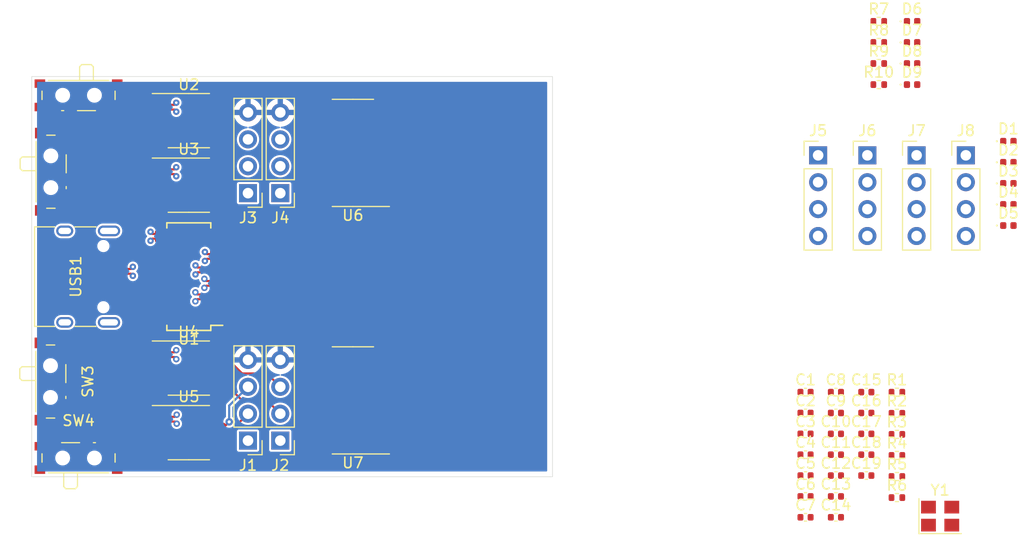
<source format=kicad_pcb>
(kicad_pcb (version 20221018) (generator pcbnew)
  (layers (0 "F.Cu" signal) (1 "In1.Cu" signal) (2 "In2.Cu" signal) (3 "In3.Cu" signal) (4 "In4.Cu" signal) (31 "B.Cu" signal) (34 "B.Paste" user) (35 "F.Paste" user) (36 "B.SilkS" user "B.Silkscreen") (37 "F.SilkS" user "F.Silkscreen") (38 "B.Mask" user) (39 "F.Mask" user) (44 "Edge.Cuts" user))
  (net 0 "")
  (net 1 "Net-(D5-K)")
  (net 2 "GND")
  (net 3 "Net-(U1-LED2)")
  (net 4 "Net-(D3-K)")
  (net 5 "Net-(U1-LED1{slash}EESCL)")
  (net 6 "Net-(D1-K)")
  (net 7 "Net-(U1-REXT)")
  (net 8 "Net-(USB1-CC2)")
  (net 9 "Net-(USB1-CC1)")
  (net 10 "/xtal+")
  (net 11 "/xtal-")
  (net 12 "D4-")
  (net 13 "D4+")
  (net 14 "D3-")
  (net 15 "D3+")
  (net 16 "D2-")
  (net 17 "D2+")
  (net 18 "D1-")
  (net 19 "D1+")
  (net 20 "+1V8")
  (net 21 "+3V3")
  (net 22 "DU-")
  (net 23 "DU+")
  (net 24 "VBUS")
  (net 25 "Net-(D1-A)")
  (net 29 "Vo4")
  (net 30 "TX4")
  (net 31 "RX4")
  (net 32 "Net-(U5-V3)")
  (net 34 "Vo3")
  (net 35 "TX3")
  (net 36 "RX3")
  (net 37 "Net-(U4-V3)")
  (net 39 "Vo2")
  (net 40 "TX2")
  (net 41 "RX2")
  (net 42 "Net-(U3-V3)")
  (net 44 "Vo1")
  (net 45 "TX1")
  (net 46 "RX1")
  (net 47 "Net-(U2-V3)")
  (net 48 "Net-(U7-C1+)")
  (net 49 "Net-(U7-VS+)")
  (net 50 "Net-(U7-C1-)")
  (net 51 "Net-(U7-C2+)")
  (net 52 "Net-(U7-C2-)")
  (net 53 "Net-(U7-VS-)")
  (net 54 "232_TX3")
  (net 55 "232_RX3")
  (net 56 "232_RX4")
  (net 57 "232_TX4")
  (net 58 "Net-(U6-C1+)")
  (net 59 "Net-(U6-VS+)")
  (net 60 "Net-(U6-C1-)")
  (net 61 "Net-(U6-C2+)")
  (net 62 "Net-(U6-C2-)")
  (net 63 "Net-(U6-VS-)")
  (net 64 "232_TX1")
  (net 65 "232_RX1")
  (net 66 "232_RX2")
  (net 67 "232_TX2")
  (net 71 "Net-(D6-A)")
  (net 72 "Net-(D7-A)")
  (net 73 "Net-(D8-A)")
  (net 74 "Net-(D9-A)")
  (footprint "Capacitor_SMD:C_0402_1005Metric" (layer "F.Cu") (at 110.052 103.812)
    (fp_text reference "C6" (at 0 -1.16) (layer "F.SilkS"))
    (fp_text value "100n")
    (pad "1" smd roundrect (at -0.48 0) (size 0.56 0.62) (layers "F.Cu" "F.Paste" "F.Mask") (net 2 "GND"))
    (pad "2" smd roundrect (at 0.48 0) (size 0.56 0.62) (layers "F.Cu" "F.Paste" "F.Mask") (net 47 "Net-(U2-V3)"))
  )
  (footprint "Capacitor_SMD:C_0402_1005Metric" (layer "F.Cu") (at 115.792 95.932)
    (fp_text reference "C16" (at 0 -1.16) (layer "F.SilkS"))
    (fp_text value "100n")
    (pad "1" smd roundrect (at -0.48 0) (size 0.56 0.62) (layers "F.Cu" "F.Paste" "F.Mask") (net 2 "GND"))
    (pad "2" smd roundrect (at 0.48 0) (size 0.56 0.62) (layers "F.Cu" "F.Paste" "F.Mask") (net 49 "Net-(U7-VS+)"))
  )
  (footprint "Button_Switch_SMD:SW_SPDT_PCM12" (layer "F.Cu") (at 41.402 99.855)
    (fp_text reference "SW4" (at 0 -3.2) (layer "F.SilkS"))
    (fp_text value "SW_SPDT")
    (pad "" smd rect (at -3.65 -0.78) (size 1 0.8) (layers "F.Cu" "F.Paste" "F.Mask"))
    (pad "" smd rect (at -3.65 1.43) (size 1 0.8) (layers "F.Cu" "F.Paste" "F.Mask"))
    (pad "" np_thru_hole circle (at -1.5 0.33) (size 0.9 0.9) (drill 0.9) (layers "*.Cu" "*.Mask"))
    (pad "" np_thru_hole circle (at 1.5 0.33) (size 0.9 0.9) (drill 0.9) (layers "*.Cu" "*.Mask"))
    (pad "" smd rect (at 3.65 -0.78) (size 1 0.8) (layers "F.Cu" "F.Paste" "F.Mask"))
    (pad "" smd rect (at 3.65 1.43) (size 1 0.8) (layers "F.Cu" "F.Paste" "F.Mask"))
    (pad "1" smd rect (at -2.25 -1.43) (size 0.7 1.5) (layers "F.Cu" "F.Paste" "F.Mask") (net 24 "VBUS"))
    (pad "2" smd rect (at 0.75 -1.43) (size 0.7 1.5) (layers "F.Cu" "F.Paste" "F.Mask") (net 29 "Vo4"))
    (pad "3" smd rect (at 2.25 -1.43) (size 0.7 1.5) (layers "F.Cu" "F.Paste" "F.Mask") (net 21 "+3V3"))
  )
  (footprint "Capacitor_SMD:C_0402_1005Metric" (layer "F.Cu") (at 112.922 99.872)
    (fp_text reference "C11" (at 0 -1.16) (layer "F.SilkS"))
    (fp_text value "100n")
    (pad "1" smd roundrect (at -0.48 0) (size 0.56 0.62) (layers "F.Cu" "F.Paste" "F.Mask") (net 61 "Net-(U6-C2+)"))
    (pad "2" smd roundrect (at 0.48 0) (size 0.56 0.62) (layers "F.Cu" "F.Paste" "F.Mask") (net 62 "Net-(U6-C2-)"))
  )
  (footprint "Capacitor_SMD:C_0402_1005Metric" (layer "F.Cu") (at 112.922 95.932)
    (fp_text reference "C9" (at 0 -1.16) (layer "F.SilkS"))
    (fp_text value "100n")
    (pad "1" smd roundrect (at -0.48 0) (size 0.56 0.62) (layers "F.Cu" "F.Paste" "F.Mask") (net 2 "GND"))
    (pad "2" smd roundrect (at 0.48 0) (size 0.56 0.62) (layers "F.Cu" "F.Paste" "F.Mask") (net 32 "Net-(U5-V3)"))
  )
  (footprint "Package_SO:SOP-8_3.9x4.9mm_P1.27mm" (layer "F.Cu") (at 51.816 74.422)
    (fp_text reference "U3" (at 0 -3.4) (layer "F.SilkS"))
    (fp_text value "~")
    (pad "1" smd roundrect (at -2.625 -1.905) (size 1.65 0.6) (layers "F.Cu" "F.Paste" "F.Mask") (net 17 "D2+"))
    (pad "2" smd roundrect (at -2.625 -0.635) (size 1.65 0.6) (layers "F.Cu" "F.Paste" "F.Mask") (net 16 "D2-"))
    (pad "3" smd roundrect (at -2.625 0.635) (size 1.65 0.6) (layers "F.Cu" "F.Paste" "F.Mask") (net 2 "GND"))
    (pad "4" smd roundrect (at -2.625 1.905) (size 1.65 0.6) (layers "F.Cu" "F.Paste" "F.Mask"))
    (pad "5" smd roundrect (at 2.625 1.905) (size 1.65 0.6) (layers "F.Cu" "F.Paste" "F.Mask") (net 39 "Vo2"))
    (pad "6" smd roundrect (at 2.625 0.635) (size 1.65 0.6) (layers "F.Cu" "F.Paste" "F.Mask") (net 40 "TX2"))
    (pad "7" smd roundrect (at 2.625 -0.635) (size 1.65 0.6) (layers "F.Cu" "F.Paste" "F.Mask") (net 41 "RX2"))
    (pad "8" smd roundrect (at 2.625 -1.905) (size 1.65 0.6) (layers "F.Cu" "F.Paste" "F.Mask") (net 42 "Net-(U3-V3)"))
  )
  (footprint "Diode_SMD:D_0402_1005Metric" (layer "F.Cu") (at 129.207 70.272)
    (fp_text reference "D1" (at 0 -1.17) (layer "F.SilkS"))
    (fp_text value "LED")
    (pad "1" smd roundrect (at -0.485 0) (size 0.59 0.64) (layers "F.Cu" "F.Paste" "F.Mask") (net 6 "Net-(D1-K)"))
    (pad "2" smd roundrect (at 0.485 0) (size 0.59 0.64) (layers "F.Cu" "F.Paste" "F.Mask") (net 25 "Net-(D1-A)"))
  )
  (footprint "Resistor_SMD:R_0402_1005Metric" (layer "F.Cu") (at 118.682 103.922)
    (fp_text reference "R6" (at 0 -1.17) (layer "F.SilkS"))
    (fp_text value "470")
    (pad "1" smd roundrect (at -0.51 0) (size 0.54 0.64) (layers "F.Cu" "F.Paste" "F.Mask") (net 1 "Net-(D5-K)"))
    (pad "2" smd roundrect (at 0.51 0) (size 0.54 0.64) (layers "F.Cu" "F.Paste" "F.Mask") (net 2 "GND"))
  )
  (footprint "Connector_PinHeader_2.54mm:PinHeader_1x04_P2.54mm_Vertical" (layer "F.Cu") (at 57.404 98.542 180)
    (fp_text reference "J1" (at 0 -2.33) (layer "F.SilkS"))
    (fp_text value "Conn_01x04")
    (pad "1" thru_hole rect (at 0 0 180) (size 1.7 1.7) (drill 1) (layers "*.Cu" "*.Mask") (net 29 "Vo4"))
    (pad "2" thru_hole oval (at 0 2.54 180) (size 1.7 1.7) (drill 1) (layers "*.Cu" "*.Mask") (net 30 "TX4"))
    (pad "3" thru_hole oval (at 0 5.08 180) (size 1.7 1.7) (drill 1) (layers "*.Cu" "*.Mask") (net 31 "RX4"))
    (pad "4" thru_hole oval (at 0 7.62 180) (size 1.7 1.7) (drill 1) (layers "*.Cu" "*.Mask") (net 2 "GND"))
  )
  (footprint "Resistor_SMD:R_0402_1005Metric" (layer "F.Cu") (at 118.682 97.952)
    (fp_text reference "R3" (at 0 -1.17) (layer "F.SilkS"))
    (fp_text value "2k7")
    (pad "1" smd roundrect (at -0.51 0) (size 0.54 0.64) (layers "F.Cu" "F.Paste" "F.Mask") (net 2 "GND"))
    (pad "2" smd roundrect (at 0.51 0) (size 0.54 0.64) (layers "F.Cu" "F.Paste" "F.Mask") (net 7 "Net-(U1-REXT)"))
  )
  (footprint "Connector_PinHeader_2.54mm:PinHeader_1x04_P2.54mm_Vertical" (layer "F.Cu") (at 120.542 71.602)
    (fp_text reference "J7" (at 0 -2.33) (layer "F.SilkS"))
    (fp_text value "Conn_01x04")
    (pad "1" thru_hole rect (at 0 0) (size 1.7 1.7) (drill 1) (layers "*.Cu" "*.Mask") (net 34 "Vo3"))
    (pad "2" thru_hole oval (at 0 2.54) (size 1.7 1.7) (drill 1) (layers "*.Cu" "*.Mask") (net 54 "232_TX3"))
    (pad "3" thru_hole oval (at 0 5.08) (size 1.7 1.7) (drill 1) (layers "*.Cu" "*.Mask") (net 55 "232_RX3"))
    (pad "4" thru_hole oval (at 0 7.62) (size 1.7 1.7) (drill 1) (layers "*.Cu" "*.Mask") (net 2 "GND"))
  )
  (footprint "Capacitor_SMD:C_0402_1005Metric" (layer "F.Cu") (at 112.922 103.812)
    (fp_text reference "C13" (at 0 -1.16) (layer "F.SilkS"))
    (fp_text value "100n")
    (pad "1" smd roundrect (at -0.48 0) (size 0.56 0.62) (layers "F.Cu" "F.Paste" "F.Mask") (net 2 "GND"))
    (pad "2" smd roundrect (at 0.48 0) (size 0.56 0.62) (layers "F.Cu" "F.Paste" "F.Mask") (net 24 "VBUS"))
  )
  (footprint "Connector_PinHeader_2.54mm:PinHeader_1x04_P2.54mm_Vertical" (layer "F.Cu") (at 60.452 75.174 180)
    (fp_text reference "J4" (at 0 -2.33) (layer "F.SilkS"))
    (fp_text value "Conn_01x04")
    (pad "1" thru_hole rect (at 0 0 180) (size 1.7 1.7) (drill 1) (layers "*.Cu" "*.Mask") (net 44 "Vo1"))
    (pad "2" thru_hole oval (at 0 2.54 180) (size 1.7 1.7) (drill 1) (layers "*.Cu" "*.Mask") (net 45 "TX1"))
    (pad "3" thru_hole oval (at 0 5.08 180) (size 1.7 1.7) (drill 1) (layers "*.Cu" "*.Mask") (net 46 "RX1"))
    (pad "4" thru_hole oval (at 0 7.62 180) (size 1.7 1.7) (drill 1) (layers "*.Cu" "*.Mask") (net 2 "GND"))
  )
  (footprint "Connector_PinHeader_2.54mm:PinHeader_1x04_P2.54mm_Vertical" (layer "F.Cu") (at 111.242 71.602)
    (fp_text reference "J5" (at 0 -2.33) (layer "F.SilkS"))
    (fp_text value "Conn_01x04")
    (pad "1" thru_hole rect (at 0 0) (size 1.7 1.7) (drill 1) (layers "*.Cu" "*.Mask") (net 44 "Vo1"))
    (pad "2" thru_hole oval (at 0 2.54) (size 1.7 1.7) (drill 1) (layers "*.Cu" "*.Mask") (net 64 "232_TX1"))
    (pad "3" thru_hole oval (at 0 5.08) (size 1.7 1.7) (drill 1) (layers "*.Cu" "*.Mask") (net 65 "232_RX1"))
    (pad "4" thru_hole oval (at 0 7.62) (size 1.7 1.7) (drill 1) (layers "*.Cu" "*.Mask") (net 2 "GND"))
  )
  (footprint "Resistor_SMD:R_0402_1005Metric" (layer "F.Cu") (at 116.9692 60.9424)
    (fp_text reference "R8" (at 0 -1.17) (layer "F.SilkS"))
    (fp_text value "1k")
    (pad "1" smd roundrect (at -0.51 0) (size 0.54 0.64) (layers "F.Cu" "F.Paste" "F.Mask") (net 39 "Vo2"))
    (pad "2" smd roundrect (at 0.51 0) (size 0.54 0.64) (layers "F.Cu" "F.Paste" "F.Mask") (net 72 "Net-(D7-A)"))
  )
  (footprint "Capacitor_SMD:C_0402_1005Metric" (layer "F.Cu") (at 112.922 105.782)
    (fp_text reference "C14" (at 0 -1.16) (layer "F.SilkS"))
    (fp_text value "100n")
    (pad "1" smd roundrect (at -0.48 0) (size 0.56 0.62) (layers "F.Cu" "F.Paste" "F.Mask") (net 50 "Net-(U7-C1-)"))
    (pad "2" smd roundrect (at 0.48 0) (size 0.56 0.62) (layers "F.Cu" "F.Paste" "F.Mask") (net 48 "Net-(U7-C1+)"))
  )
  (footprint "Capacitor_SMD:C_0402_1005Metric" (layer "F.Cu") (at 115.792 93.962)
    (fp_text reference "C15" (at 0 -1.16) (layer "F.SilkS"))
    (fp_text value "100n")
    (pad "1" smd roundrect (at -0.48 0) (size 0.56 0.62) (layers "F.Cu" "F.Paste" "F.Mask") (net 52 "Net-(U7-C2-)"))
    (pad "2" smd roundrect (at 0.48 0) (size 0.56 0.62) (layers "F.Cu" "F.Paste" "F.Mask") (net 51 "Net-(U7-C2+)"))
  )
  (footprint "Capacitor_SMD:C_0402_1005Metric" (layer "F.Cu") (at 115.792 97.902)
    (fp_text reference "C17" (at 0 -1.16) (layer "F.SilkS"))
    (fp_text value "100n")
    (pad "1" smd roundrect (at -0.48 0) (size 0.56 0.62) (layers "F.Cu" "F.Paste" "F.Mask") (net 2 "GND"))
    (pad "2" smd roundrect (at 0.48 0) (size 0.56 0.62) (layers "F.Cu" "F.Paste" "F.Mask") (net 53 "Net-(U7-VS-)"))
  )
  (footprint "Package_SO:SOIC-16_3.9x9.9mm_P1.27mm" (layer "F.Cu") (at 67.31 71.374 180)
    (fp_text reference "U6" (at 0 -5.9) (layer "F.SilkS"))
    (fp_text value "MAX232")
    (pad "1" smd roundrect (at -2.475 -4.445 180) (size 1.95 0.6) (layers "F.Cu" "F.Paste" "F.Mask") (net 58 "Net-(U6-C1+)"))
    (pad "2" smd roundrect (at -2.475 -3.175 180) (size 1.95 0.6) (layers "F.Cu" "F.Paste" "F.Mask") (net 59 "Net-(U6-VS+)"))
    (pad "3" smd roundrect (at -2.475 -1.905 180) (size 1.95 0.6) (layers "F.Cu" "F.Paste" "F.Mask") (net 60 "Net-(U6-C1-)"))
    (pad "4" smd roundrect (at -2.475 -0.635 180) (size 1.95 0.6) (layers "F.Cu" "F.Paste" "F.Mask") (net 61 "Net-(U6-C2+)"))
    (pad "5" smd roundrect (at -2.475 0.635 180) (size 1.95 0.6) (layers "F.Cu" "F.Paste" "F.Mask") (net 62 "Net-(U6-C2-)"))
    (pad "6" smd roundrect (at -2.475 1.905 180) (size 1.95 0.6) (layers "F.Cu" "F.Paste" "F.Mask") (net 63 "Net-(U6-VS-)"))
    (pad "7" smd roundrect (at -2.475 3.175 180) (size 1.95 0.6) (layers "F.Cu" "F.Paste" "F.Mask") (net 64 "232_TX1"))
    (pad "8" smd roundrect (at -2.475 4.445 180) (size 1.95 0.6) (layers "F.Cu" "F.Paste" "F.Mask") (net 65 "232_RX1"))
    (pad "9" smd roundrect (at 2.475 4.445 180) (size 1.95 0.6) (layers "F.Cu" "F.Paste" "F.Mask") (net 46 "RX1"))
    (pad "10" smd roundrect (at 2.475 3.175 180) (size 1.95 0.6) (layers "F.Cu" "F.Paste" "F.Mask") (net 45 "TX1"))
    (pad "11" smd roundrect (at 2.475 1.905 180) (size 1.95 0.6) (layers "F.Cu" "F.Paste" "F.Mask") (net 40 "TX2"))
    (pad "12" smd roundrect (at 2.475 0.635 180) (size 1.95 0.6) (layers "F.Cu" "F.Paste" "F.Mask") (net 41 "RX2"))
    (pad "13" smd roundrect (at 2.475 -0.635 180) (size 1.95 0.6) (layers "F.Cu" "F.Paste" "F.Mask") (net 66 "232_RX2"))
    (pad "14" smd roundrect (at 2.475 -1.905 180) (size 1.95 0.6) (layers "F.Cu" "F.Paste" "F.Mask") (net 67 "232_TX2"))
    (pad "15" smd roundrect (at 2.475 -3.175 180) (size 1.95 0.6) (layers "F.Cu" "F.Paste" "F.Mask") (net 2 "GND"))
    (pad "16" smd roundrect (at 2.475 -4.445 180) (size 1.95 0.6) (layers "F.Cu" "F.Paste" "F.Mask") (net 24 "VBUS"))
  )
  (footprint "Diode_SMD:D_0402_1005Metric" (layer "F.Cu") (at 120.1142 62.9324)
    (fp_text reference "D8" (at 0 -1.17) (layer "F.SilkS"))
    (fp_text value "LED")
    (pad "1" smd roundrect (at -0.485 0) (size 0.59 0.64) (layers "F.Cu" "F.Paste" "F.Mask") (net 2 "GND"))
    (pad "2" smd roundrect (at 0.485 0) (size 0.59 0.64) (layers "F.Cu" "F.Paste" "F.Mask") (net 73 "Net-(D8-A)"))
  )
  (footprint "Crystal:Crystal_SMD_3225-4Pin_3.2x2.5mm" (layer "F.Cu") (at 122.762 105.672)
    (fp_text reference "Y1" (at 0 -2.45) (layer "F.SilkS"))
    (fp_text value "12M")
    (pad "1" smd rect (at -1.1 0.85) (size 1.4 1.2) (layers "F.Cu" "F.Paste" "F.Mask") (net 11 "/xtal-"))
    (pad "2" smd rect (at 1.1 0.85) (size 1.4 1.2) (layers "F.Cu" "F.Paste" "F.Mask") (net 2 "GND"))
    (pad "3" smd rect (at 1.1 -0.85) (size 1.4 1.2) (layers "F.Cu" "F.Paste" "F.Mask") (net 10 "/xtal+"))
    (pad "4" smd rect (at -1.1 -0.85) (size 1.4 1.2) (layers "F.Cu" "F.Paste" "F.Mask") (net 2 "GND"))
  )
  (footprint "Resistor_SMD:R_0402_1005Metric" (layer "F.Cu") (at 118.682 101.932)
    (fp_text reference "R5" (at 0 -1.17) (layer "F.SilkS"))
    (fp_text value "470")
    (pad "1" smd roundrect (at -0.51 0) (size 0.54 0.64) (layers "F.Cu" "F.Paste" "F.Mask") (net 3 "Net-(U1-LED2)"))
    (pad "2" smd roundrect (at 0.51 0) (size 0.54 0.64) (layers "F.Cu" "F.Paste" "F.Mask") (net 4 "Net-(D3-K)"))
  )
  (footprint "Diode_SMD:D_0402_1005Metric" (layer "F.Cu") (at 120.1142 58.9524)
    (fp_text reference "D6" (at 0 -1.17) (layer "F.SilkS"))
    (fp_text value "LED")
    (pad "1" smd roundrect (at -0.485 0) (size 0.59 0.64) (layers "F.Cu" "F.Paste" "F.Mask") (net 2 "GND"))
    (pad "2" smd roundrect (at 0.485 0) (size 0.59 0.64) (layers "F.Cu" "F.Paste" "F.Mask") (net 71 "Net-(D6-A)"))
  )
  (footprint "Package_SO:SOP-8_3.9x4.9mm_P1.27mm" (layer "F.Cu") (at 51.816 91.694)
    (fp_text reference "U4" (at 0 -3.4) (layer "F.SilkS"))
    (fp_text value "~")
    (pad "1" smd roundrect (at -2.625 -1.905) (size 1.65 0.6) (layers "F.Cu" "F.Paste" "F.Mask") (net 15 "D3+"))
    (pad "2" smd roundrect (at -2.625 -0.635) (size 1.65 0.6) (layers "F.Cu" "F.Paste" "F.Mask") (net 14 "D3-"))
    (pad "3" smd roundrect (at -2.625 0.635) (size 1.65 0.6) (layers "F.Cu" "F.Paste" "F.Mask") (net 2 "GND"))
    (pad "4" smd roundrect (at -2.625 1.905) (size 1.65 0.6) (layers "F.Cu" "F.Paste" "F.Mask"))
    (pad "5" smd roundrect (at 2.625 1.905) (size 1.65 0.6) (layers "F.Cu" "F.Paste" "F.Mask") (net 34 "Vo3"))
    (pad "6" smd roundrect (at 2.625 0.635) (size 1.65 0.6) (layers "F.Cu" "F.Paste" "F.Mask") (net 35 "TX3"))
    (pad "7" smd roundrect (at 2.625 -0.635) (size 1.65 0.6) (layers "F.Cu" "F.Paste" "F.Mask") (net 36 "RX3"))
    (pad "8" smd roundrect (at 2.625 -1.905) (size 1.65 0.6) (layers "F.Cu" "F.Paste" "F.Mask") (net 37 "Net-(U4-V3)"))
  )
  (footprint "Diode_SMD:D_0402_1005Metric" (layer "F.Cu") (at 129.207 74.252)
    (fp_text reference "D3" (at 0 -1.17) (layer "F.SilkS"))
    (fp_text value "LED")
    (pad "1" smd roundrect (at -0.485 0) (size 0.59 0.64) (layers "F.Cu" "F.Paste" "F.Mask") (net 4 "Net-(D3-K)"))
    (pad "2" smd roundrect (at 0.485 0) (size 0.59 0.64) (layers "F.Cu" "F.Paste" "F.Mask") (net 25 "Net-(D1-A)"))
  )
  (footprint "Diode_SMD:D_0402_1005Metric" (layer "F.Cu") (at 129.207 76.242)
    (fp_text reference "D4" (at 0 -1.17) (layer "F.SilkS"))
    (fp_text value "LED")
    (pad "1" smd roundrect (at -0.485 0) (size 0.59 0.64) (layers "F.Cu" "F.Paste" "F.Mask") (net 25 "Net-(D1-A)"))
    (pad "2" smd roundrect (at 0.485 0) (size 0.59 0.64) (layers "F.Cu" "F.Paste" "F.Mask") (net 4 "Net-(D3-K)"))
  )
  (footprint "Button_Switch_SMD:SW_SPDT_PCM12" (layer "F.Cu") (at 41.402 66.261 180)
    (fp_text reference "SW1" hide)
    (fp_text value "SW_SPDT")
    (pad "" smd rect (at -3.65 -0.78 180) (size 1 0.8) (layers "F.Cu" "F.Paste" "F.Mask"))
    (pad "" smd rect (at -3.65 1.43 180) (size 1 0.8) (layers "F.Cu" "F.Paste" "F.Mask"))
    (pad "" np_thru_hole circle (at -1.5 0.33 180) (size 0.9 0.9) (drill 0.9) (layers "*.Cu" "*.Mask"))
    (pad "" np_thru_hole circle (at 1.5 0.33 180) (size 0.9 0.9) (drill 0.9) (layers "*.Cu" "*.Mask"))
    (pad "" smd rect (at 3.65 -0.78 180) (size 1 0.8) (layers "F.Cu" "F.Paste" "F.Mask"))
    (pad "" smd rect (at 3.65 1.43 180) (size 1 0.8) (layers "F.Cu" "F.Paste" "F.Mask"))
    (pad "1" smd rect (at -2.25 -1.43 180) (size 0.7 1.5) (layers "F.Cu" "F.Paste" "F.Mask") (net 24 "VBUS"))
    (pad "2" smd rect (at 0.75 -1.43 180) (size 0.7 1.5) (layers "F.Cu" "F.Paste" "F.Mask") (net 44 "Vo1"))
    (pad "3" smd rect (at 2.25 -1.43 180) (size 0.7 1.5) (layers "F.Cu" "F.Paste" "F.Mask") (net 21 "+3V3"))
  )
  (footprint "Resistor_SMD:R_0402_1005Metric" (layer "F.Cu") (at 118.682 99.942)
    (fp_text reference "R4" (at 0 -1.17) (layer "F.SilkS"))
    (fp_text value "470")
    (pad "1" smd roundrect (at -0.51 0) (size 0.54 0.64) (layers "F.Cu" "F.Paste" "F.Mask") (net 5 "Net-(U1-LED1{slash}EESCL)"))
    (pad "2" smd roundrect (at 0.51 0) (size 0.54 0.64) (layers "F.Cu" "F.Paste" "F.Mask") (net 6 "Net-(D1-K)"))
  )
  (footprint "Diode_SMD:D_0402_1005Metric" (layer "F.Cu") (at 120.1142 60.9424)
    (fp_text reference "D7" (at 0 -1.17) (layer "F.SilkS"))
    (fp_text value "LED")
    (pad "1" smd roundrect (at -0.485 0) (size 0.59 0.64) (layers "F.Cu" "F.Paste" "F.Mask") (net 2 "GND"))
    (pad "2" smd roundrect (at 0.485 0) (size 0.59 0.64) (layers "F.Cu" "F.Paste" "F.Mask") (net 72 "Net-(D7-A)"))
  )
  (footprint "Capacitor_SMD:C_0402_1005Metric" (layer "F.Cu") (at 110.052 105.782)
    (fp_text reference "C7" (at 0 -1.16) (layer "F.SilkS"))
    (fp_text value "100n")
    (pad "1" smd roundrect (at -0.48 0) (size 0.56 0.62) (layers "F.Cu" "F.Paste" "F.Mask") (net 2 "GND"))
    (pad "2" smd roundrect (at 0.48 0) (size 0.56 0.62) (layers "F.Cu" "F.Paste" "F.Mask") (net 42 "Net-(U3-V3)"))
  )
  (footprint "Capacitor_SMD:C_0402_1005Metric" (layer "F.Cu") (at 110.052 101.842)
    (fp_text reference "C5" (at 0 -1.16) (layer "F.SilkS"))
    (fp_text value "10u")
    (pad "1" smd roundrect (at -0.48 0) (size 0.56 0.62) (layers "F.Cu" "F.Paste" "F.Mask") (net 24 "VBUS"))
    (pad "2" smd roundrect (at 0.48 0) (size 0.56 0.62) (layers "F.Cu" "F.Paste" "F.Mask") (net 2 "GND"))
  )
  (footprint "Capacitor_SMD:C_0402_1005Metric" (layer "F.Cu") (at 110.052 99.872)
    (fp_text reference "C4" (at 0 -1.16) (layer "F.SilkS"))
    (fp_text value "10u")
    (pad "1" smd roundrect (at -0.48 0) (size 0.56 0.62) (layers "F.Cu" "F.Paste" "F.Mask") (net 21 "+3V3"))
    (pad "2" smd roundrect (at 0.48 0) (size 0.56 0.62) (layers "F.Cu" "F.Paste" "F.Mask") (net 2 "GND"))
  )
  (footprint "Capacitor_SMD:C_0402_1005Metric" (layer "F.Cu") (at 115.792 99.872)
    (fp_text reference "C18" (at 0 -1.16) (layer "F.SilkS"))
    (fp_text value "100n")
    (pad "1" smd roundrect (at -0.48 0) (size 0.56 0.62) (layers "F.Cu" "F.Paste" "F.Mask") (net 2 "GND"))
    (pad "2" smd roundrect (at 0.48 0) (size 0.56 0.62) (layers "F.Cu" "F.Paste" "F.Mask") (net 59 "Net-(U6-VS+)"))
  )
  (footprint "Connector_USB:USB_C_Receptacle_HRO_TYPE-C-31-M-12" (layer "F.Cu") (at 41.148 83.058 -90)
    (fp_text reference "USB1" (at 0 0 90) (layer "F.SilkS"))
    (fp_text value "USB_C_Receptacle_USB2.0")
    (pad "" np_thru_hole circle (at -2.89 -2.6 270) (size 0.65 0.65) (drill 0.65) (layers "*.Cu" "*.Mask"))
    (pad "" np_thru_hole circle (at 2.89 -2.6 270) (size 0.65 0.65) (drill 0.65) (layers "*.Cu" "*.Mask"))
    (pad "A1" smd rect (at -3.25 -4.045 270) (size 0.6 1.45) (layers "F.Cu" "F.Paste" "F.Mask") (net 2 "GND"))
    (pad "A4" smd rect (at -2.45 -4.045 270) (size 0.6 1.45) (layers "F.Cu" "F.Paste" "F.Mask") (net 24 "VBUS"))
    (pad "A5" smd rect (at -1.25 -4.045 270) (size 0.3 1.45) (layers "F.Cu" "F.Paste" "F.Mask") (net 9 "Net-(USB1-CC1)"))
    (pad "A6" smd rect (at -0.25 -4.045 270) (size 0.3 1.45) (layers "F.Cu" "F.Paste" "F.Mask") (net 23 "DU+"))
    (pad "A7" smd rect (at 0.25 -4.045 270) (size 0.3 1.45) (layers "F.Cu" "F.Paste" "F.Mask") (net 22 "DU-"))
    (pad "A8" smd rect (at 1.25 -4.045 270) (size 0.3 1.45) (layers "F.Cu" "F.Paste" "F.Mask"))
    (pad "A9" smd rect (at 2.45 -4.045 270) (size 0.6 1.45) (layers "F.Cu" "F.Paste" "F.Mask") (net 24 "VBUS"))
    (pad "A12" smd rect (at 3.25 -4.045 270) (size 0.6 1.45) (layers "F.Cu" "F.Paste" "F.Mask") (net 2 "GND"))
    (pad "B1" smd rect (at 3.25 -4.045 270) (size 0.6 1.45) (layers "F.Cu" "F.Paste" "F.Mask") (net 2 "GND"))
    (pad "B4" smd rect (at 2.45 -4.045 270) (size 0.6 1.45) (layers "F.Cu" "F.Paste" "F.Mask") (net 24 "VBUS"))
    (pad "B5" smd rect (at 1.75 -4.045 270) (size 0.3 1.45) (layers "F.Cu" "F.Paste" "F.Mask") (net 8 "Net-(USB1-CC2)"))
    (pad "B6" smd rect (at 0.75 -4.045 270) (size 0.3 1.45) (layers "F.Cu" "F.Paste" "F.Mask") (net 23 "DU+"))
    (pad "B7" smd rect (at -0.75 -4.045 270) (size 0.3 1.45) (layers "F.Cu" "F.Paste" "F.Mask") (net 22 "DU-"))
    (pad "B8" smd rect (at -1.75 -4.045 270) (size 0.3 1.45) (layers "F.Cu" "F.Paste" "F.Mask"))
    (pad "B9" smd rect (at -2.45 -4.045 270) (size 0.6 1.45) (layers "F.Cu" "F.Paste" "F.Mask") (net 24 "VBUS"))
    (pad "B12" smd rect (at -3.25 -4.045 270) (size 0.6 1.45) (layers "F.Cu" "F.Paste" "F.Mask") (net 2 "GND"))
    (pad "S1" thru_hole oval (at -4.32 -3.13 270) (size 1 2.1) (drill oval 0.6 1.7) (layers "*.Cu" "*.Mask"))
    (pad "S1" thru_hole oval (at -4.32 1.05 270) (size 1 1.6) (drill oval 0.6 1.2) (layers "*.Cu" "*.Mask"))
    (pad "S1" thru_hole oval (at 4.32 -3.13 270) (size 1 2.1) (drill oval 0.6 1.7) (layers "*.Cu" "*.Mask"))
    (pad "S1" thru_hole oval (at 4.32 1.05 270) (size 1 1.6) (drill oval 0.6 1.2) (layers "*.Cu" "*.Mask"))
  )
  (footprint "Resistor_SMD:R_0402_1005Metric" (layer "F.Cu") (at 116.9692 62.9324)
    (fp_text reference "R9" (at 0 -1.17) (layer "F.SilkS"))
    (fp_text value "1k")
    (pad "1" smd roundrect (at -0.51 0) (size 0.54 0.64) (layers "F.Cu" "F.Paste" "F.Mask") (net 34 "Vo3"))
    (pad "2" smd roundrect (at 0.51 0) (size 0.54 0.64) (layers "F.Cu" "F.Paste" "F.Mask") (net 73 "Net-(D8-A)"))
  )
  (footprint "Capacitor_SMD:C_0402_1005Metric" (layer "F.Cu") (at 112.922 97.902)
    (fp_text reference "C10" (at 0 -1.16) (layer "F.SilkS"))
    (fp_text value "100n")
    (pad "1" smd roundrect (at -0.48 0) (size 0.56 0.62) (layers "F.Cu" "F.Paste" "F.Mask") (net 58 "Net-(U6-C1+)"))
    (pad "2" smd roundrect (at 0.48 0) (size 0.56 0.62) (layers "F.Cu" "F.Paste" "F.Mask") (net 60 "Net-(U6-C1-)"))
  )
  (footprint "Package_SO:SOIC-16_3.9x9.9mm_P1.27mm" (layer "F.Cu") (at 67.31 94.742 180)
    (fp_text reference "U7" (at 0 -5.9) (layer "F.SilkS"))
    (fp_text value "MAX232")
    (pad "1" smd roundrect (at -2.475 -4.445 180) (size 1.95 0.6) (layers "F.Cu" "F.Paste" "F.Mask") (net 48 "Net-(U7-C1+)"))
    (pad "2" smd roundrect (at -2.475 -3.175 180) (size 1.95 0.6) (layers "F.Cu" "F.Paste" "F.Mask") (net 49 "Net-(U7-VS+)"))
    (pad "3" smd roundrect (at -2.475 -1.905 180) (size 1.95 0.6) (layers "F.Cu" "F.Paste" "F.Mask") (net 50 "Net-(U7-C1-)"))
    (pad "4" smd roundrect (at -2.475 -0.635 180) (size 1.95 0.6) (layers "F.Cu" "F.Paste" "F.Mask") (net 51 "Net-(U7-C2+)"))
    (pad "5" smd roundrect (at -2.475 0.635 180) (size 1.95 0.6) (layers "F.Cu" "F.Paste" "F.Mask") (net 52 "Net-(U7-C2-)"))
    (pad "6" smd roundrect (at -2.475 1.905 180) (size 1.95 0.6) (layers "F.Cu" "F.Paste" "F.Mask") (net 53 "Net-(U7-VS-)"))
    (pad "7" smd roundrect (at -2.475 3.175 180) (size 1.95 0.6) (layers "F.Cu" "F.Paste" "F.Mask") (net 54 "232_TX3"))
    (pad "8" smd roundrect (at -2.475 4.445 180) (size 1.95 0.6) (layers "F.Cu" "F.Paste" "F.Mask") (net 55 "232_RX3"))
    (pad "9" smd roundrect (at 2.475 4.445 180) (size 1.95 0.6) (layers "F.Cu" "F.Paste" "F.Mask") (net 36 "RX3"))
    (pad "10" smd roundrect (at 2.475 3.175 180) (size 1.95 0.6) (layers "F.Cu" "F.Paste" "F.Mask") (net 35 "TX3"))
    (pad "11" smd roundrect (at 2.475 1.905 180) (size 1.95 0.6) (layers "F.Cu" "F.Paste" "F.Mask") (net 30 "TX4"))
    (pad "12" smd roundrect (at 2.475 0.635 180) (size 1.95 0.6) (layers "F.Cu" "F.Paste" "F.Mask") (net 31 "RX4"))
    (pad "13" smd roundrect (at 2.475 -0.635 180) (size 1.95 0.6) (layers "F.Cu" "F.Paste" "F.Mask") (net 56 "232_RX4"))
    (pad "14" smd roundrect (at 2.475 -1.905 180) (size 1.95 0.6) (layers "F.Cu" "F.Paste" "F.Mask") (net 57 "232_TX4"))
    (pad "15" smd roundrect (at 2.475 -3.175 180) (size 1.95 0.6) (layers "F.Cu" "F.Paste" "F.Mask") (net 2 "GND"))
    (pad "16" smd roundrect (at 2.475 -4.445 180) (size 1.95 0.6) (layers "F.Cu" "F.Paste" "F.Mask") (net 24 "VBUS"))
  )
  (footprint "Capacitor_SMD:C_0402_1005Metric" (layer "F.Cu") (at 110.052 97.902)
    (fp_text reference "C3" (at 0 -1.16) (layer "F.SilkS"))
    (fp_text value "10u")
    (pad "1" smd roundrect (at -0.48 0) (size 0.56 0.62) (layers "F.Cu" "F.Paste" "F.Mask") (net 20 "+1V8"))
    (pad "2" smd roundrect (at 0.48 0) (size 0.56 0.62) (layers "F.Cu" "F.Paste" "F.Mask") (net 2 "GND"))
  )
  (footprint "Capacitor_SMD:C_0402_1005Metric" (layer "F.Cu") (at 112.922 93.962)
    (fp_text reference "C8" (at 0 -1.16) (layer "F.SilkS"))
    (fp_text value "100n")
    (pad "1" smd roundrect (at -0.48 0) (size 0.56 0.62) (layers "F.Cu" "F.Paste" "F.Mask") (net 2 "GND"))
    (pad "2" smd roundrect (at 0.48 0) (size 0.56 0.62) (layers "F.Cu" "F.Paste" "F.Mask") (net 37 "Net-(U4-V3)"))
  )
  (footprint "Connector_PinHeader_2.54mm:PinHeader_1x04_P2.54mm_Vertical" (layer "F.Cu") (at 60.452 98.542 180)
    (fp_text reference "J2" (at 0 -2.33) (layer "F.SilkS"))
    (fp_text value "Conn_01x04")
    (pad "1" thru_hole rect (at 0 0 180) (size 1.7 1.7) (drill 1) (layers "*.Cu" "*.Mask") (net 34 "Vo3"))
    (pad "2" thru_hole oval (at 0 2.54 180) (size 1.7 1.7) (drill 1) (layers "*.Cu" "*.Mask") (net 35 "TX3"))
    (pad "3" thru_hole oval (at 0 5.08 180) (size 1.7 1.7) (drill 1) (layers "*.Cu" "*.Mask") (net 36 "RX3"))
    (pad "4" thru_hole oval (at 0 7.62 180) (size 1.7 1.7) (drill 1) (layers "*.Cu" "*.Mask") (net 2 "GND"))
  )
  (footprint "Resistor_SMD:R_0402_1005Metric" (layer "F.Cu") (at 116.9692 58.9524)
    (fp_text reference "R7" (at 0 -1.17) (layer "F.SilkS"))
    (fp_text value "1k")
    (pad "1" smd roundrect (at -0.51 0) (size 0.54 0.64) (layers "F.Cu" "F.Paste" "F.Mask") (net 44 "Vo1"))
    (pad "2" smd roundrect (at 0.51 0) (size 0.54 0.64) (layers "F.Cu" "F.Paste" "F.Mask") (net 71 "Net-(D6-A)"))
  )
  (footprint "Package_SO:SOP-8_3.9x4.9mm_P1.27mm" (layer "F.Cu") (at 51.816 68.326)
    (fp_text reference "U2" (at 0 -3.4) (layer "F.SilkS"))
    (fp_text value "~")
    (pad "1" smd roundrect (at -2.625 -1.905) (size 1.65 0.6) (layers "F.Cu" "F.Paste" "F.Mask") (net 19 "D1+"))
    (pad "2" smd roundrect (at -2.625 -0.635) (size 1.65 0.6) (layers "F.Cu" "F.Paste" "F.Mask") (net 18 "D1-"))
    (pad "3" smd roundrect (at -2.625 0.635) (size 1.65 0.6) (layers "F.Cu" "F.Paste" "F.Mask") (net 2 "GND"))
    (pad "4" smd roundrect (at -2.625 1.905) (size 1.65 0.6) (layers "F.Cu" "F.Paste" "F.Mask"))
    (pad "5" smd roundrect (at 2.625 1.905) (size 1.65 0.6) (layers "F.Cu" "F.Paste" "F.Mask") (net 44 "Vo1"))
    (pad "6" smd roundrect (at 2.625 0.635) (size 1.65 0.6) (layers "F.Cu" "F.Paste" "F.Mask") (net 45 "TX1"))
    (pad "7" smd roundrect (at 2.625 -0.635) (size 1.65 0.6) (layers "F.Cu" "F.Paste" "F.Mask") (net 46 "RX1"))
    (pad "8" smd roundrect (at 2.625 -1.905) (size 1.65 0.6) (layers "F.Cu" "F.Paste" "F.Mask") (net 47 "Net-(U2-V3)"))
  )
  (footprint "Package_SO:SOP-8_3.9x4.9mm_P1.27mm" (layer "F.Cu") (at 51.816 97.79)
    (fp_text reference "U5" (at 0 -3.4) (layer "F.SilkS"))
    (fp_text value "~")
    (pad "1" smd roundrect (at -2.625 -1.905) (size 1.65 0.6) (layers "F.Cu" "F.Paste" "F.Mask") (net 13 "D4+"))
    (pad "2" smd roundrect (at -2.625 -0.635) (size 1.65 0.6) (layers "F.Cu" "F.Paste" "F.Mask") (net 12 "D4-"))
    (pad "3" smd roundrect (at -2.625 0.635) (size 1.65 0.6) (layers "F.Cu" "F.Paste" "F.Mask") (net 2 "GND"))
    (pad "4" smd roundrect (at -2.625 1.905) (size 1.65 0.6) (layers "F.Cu" "F.Paste" "F.Mask"))
    (pad "5" smd roundrect (at 2.625 1.905) (size 1.65 0.6) (layers "F.Cu" "F.Paste" "F.Mask") (net 29 "Vo4"))
    (pad "6" smd roundrect (at 2.625 0.635) (size 1.65 0.6) (layers "F.Cu" "F.Paste" "F.Mask") (net 30 "TX4"))
    (pad "7" smd roundrect (at 2.625 -0.635) (size 1.65 0.6) (layers "F.Cu" "F.Paste" "F.Mask") (net 31 "RX4"))
    (pad "8" smd roundrect (at 2.625 -1.905) (size 1.65 0.6) (layers "F.Cu" "F.Paste" "F.Mask") (net 32 "Net-(U5-V3)"))
  )
  (footprint "Connector_PinHeader_2.54mm:PinHeader_1x04_P2.54mm_Vertical" (layer "F.Cu") (at 115.892 71.602)
    (fp_text reference "J6" (at 0 -2.33) (layer "F.SilkS"))
    (fp_text value "Conn_01x04")
    (pad "1" thru_hole rect (at 0 0) (size 1.7 1.7) (drill 1) (layers "*.Cu" "*.Mask") (net 39 "Vo2"))
    (pad "2" thru_hole oval (at 0 2.54) (size 1.7 1.7) (drill 1) (layers "*.Cu" "*.Mask") (net 67 "232_TX2"))
    (pad "3" thru_hole oval (at 0 5.08) (size 1.7 1.7) (drill 1) (layers "*.Cu" "*.Mask") (net 66 "232_RX2"))
    (pad "4" thru_hole oval (at 0 7.62) (size 1.7 1.7) (drill 1) (layers "*.Cu" "*.Mask") (net 2 "GND"))
  )
  (footprint "Button_Switch_SMD:SW_SPDT_PCM12" (layer "F.Cu") (at 39.083 92.964 -90)
    (fp_text reference "SW3" (at 0 -3.2 90) (layer "F.SilkS"))
    (fp_text value "SW_SPDT")
    (pad "" smd rect (at -3.65 -0.78 270) (size 1 0.8) (layers "F.Cu" "F.Paste" "F.Mask"))
    (pad "" smd rect (at -3.65 1.43 270) (size 1 0.8) (layers "F.Cu" "F.Paste" "F.Mask"))
    (pad "" np_thru_hole circle (at -1.5 0.33 270) (size 0.9 0.9) (drill 0.9) (layers "*.Cu" "*.Mask"))
    (pad "" np_thru_hole circle (at 1.5 0.33 270) (size 0.9 0.9) (drill 0.9) (layers "*.Cu" "*.Mask"))
    (pad "" smd rect (at 3.65 -0.78 270) (size 1 0.8) (layers "F.Cu" "F.Paste" "F.Mask"))
    (pad "" smd rect (at 3.65 1.43 270) (size 1 0.8) (layers "F.Cu" "F.Paste" "F.Mask"))
    (pad "1" smd rect (at -2.25 -1.43 270) (size 0.7 1.5) (layers "F.Cu" "F.Paste" "F.Mask") (net 24 "VBUS"))
    (pad "2" smd rect (at 0.75 -1.43 270) (size 0.7 1.5) (layers "F.Cu" "F.Paste" "F.Mask") (net 34 "Vo3"))
    (pad "3" smd rect (at 2.25 -1.43 270) (size 0.7 1.5) (layers "F.Cu" "F.Paste" "F.Mask") (net 21 "+3V3"))
  )
  (footprint "Diode_SMD:D_0402_1005Metric" (layer "F.Cu") (at 129.207 72.262)
    (fp_text reference "D2" (at 0 -1.17) (layer "F.SilkS"))
    (fp_text value "LED")
    (pad "1" smd roundrect (at -0.485 0) (size 0.59 0.64) (layers "F.Cu" "F.Paste" "F.Mask") (net 25 "Net-(D1-A)"))
    (pad "2" smd roundrect (at 0.485 0) (size 0.59 0.64) (layers "F.Cu" "F.Paste" "F.Mask") (net 6 "Net-(D1-K)"))
  )
  (footprint "Button_Switch_SMD:SW_SPDT_PCM12" (layer "F.Cu") (at 39.116 73.152 -90)
    (fp_text reference "SW2" hide)
    (fp_text value "SW_SPDT")
    (pad "" smd rect (at -3.65 -0.78 270) (size 1 0.8) (layers "F.Cu" "F.Paste" "F.Mask"))
    (pad "" smd rect (at -3.65 1.43 270) (size 1 0.8) (layers "F.Cu" "F.Paste" "F.Mask"))
    (pad "" np_thru_hole circle (at -1.5 0.33 270) (size 0.9 0.9) (drill 0.9) (layers "*.Cu" "*.Mask"))
    (pad "" np_thru_hole circle (at 1.5 0.33 270) (size 0.9 0.9) (drill 0.9) (layers "*.Cu" "*.Mask"))
    (pad "" smd rect (at 3.65 -0.78 270) (size 1 0.8) (layers "F.Cu" "F.Paste" "F.Mask"))
    (pad "" smd rect (at 3.65 1.43 270) (size 1 0.8) (layers "F.Cu" "F.Paste" "F.Mask"))
    (pad "1" smd rect (at -2.25 -1.43 270) (size 0.7 1.5) (layers "F.Cu" "F.Paste" "F.Mask") (net 24 "VBUS"))
    (pad "2" smd rect (at 0.75 -1.43 270) (size 0.7 1.5) (layers "F.Cu" "F.Paste" "F.Mask") (net 39 "Vo2"))
    (pad "3" smd rect (at 2.25 -1.43 270) (size 0.7 1.5) (layers "F.Cu" "F.Paste" "F.Mask") (net 21 "+3V3"))
  )
  (footprint "Diode_SMD:D_0402_1005Metric" (layer "F.Cu") (at 129.207 78.232)
    (fp_text reference "D5" (at 0 -1.17) (layer "F.SilkS"))
    (fp_text value "LED")
    (pad "1" smd roundrect (at -0.485 0) (size 0.59 0.64) (layers "F.Cu" "F.Paste" "F.Mask") (net 1 "Net-(D5-K)"))
    (pad "2" smd roundrect (at 0.485 0) (size 0.59 0.64) (layers "F.Cu" "F.Paste" "F.Mask") (net 25 "Net-(D1-A)"))
  )
  (footprint "Capacitor_SMD:C_0402_1005Metric" (layer "F.Cu") (at 110.052 95.932)
    (fp_text reference "C2" (at 0 -1.16) (layer "F.SilkS"))
    (fp_text value "12p")
    (pad "1" smd roundrect (at -0.48 0) (size 0.56 0.62) (layers "F.Cu" "F.Paste" "F.Mask") (net 11 "/xtal-"))
    (pad "2" smd roundrect (at 0.48 0) (size 0.56 0.62) (layers "F.Cu" "F.Paste" "F.Mask") (net 2 "GND"))
  )
  (footprint "Capacitor_SMD:C_0402_1005Metric" (layer "F.Cu") (at 112.922 101.842)
    (fp_text reference "C12" (at 0 -1.16) (layer "F.SilkS"))
    (fp_text value "100n")
    (pad "1" smd roundrect (at -0.48 0) (size 0.56 0.62) (layers "F.Cu" "F.Paste" "F.Mask") (net 2 "GND"))
    (pad "2" smd roundrect (at 0.48 0) (size 0.56 0.62) (layers "F.Cu" "F.Paste" "F.Mask") (net 24 "VBUS"))
  )
  (footprint "Connector_PinHeader_2.54mm:PinHeader_1x04_P2.54mm_Vertical" (layer "F.Cu") (at 57.404 75.174 180)
    (fp_text reference "J3" (at 0 -2.33) (layer "F.SilkS"))
    (fp_text value "Conn_01x04")
    (pad "1" thru_hole rect (at 0 0 180) (size 1.7 1.7) (drill 1) (layers "*.Cu" "*.Mask") (net 39 "Vo2"))
    (pad "2" thru_hole oval (at 0 2.54 180) (size 1.7 1.7) (drill 1) (layers "*.Cu" "*.Mask") (net 40 "TX2"))
    (pad "3" thru_hole oval (at 0 5.08 180) (size 1.7 1.7) (drill 1) (layers "*.Cu" "*.Mask") (net 41 "RX2"))
    (pad "4" thru_hole oval (at 0 7.62 180) (size 1.7 1.7) (drill 1) (layers "*.Cu" "*.Mask") (net 2 "GND"))
  )
  (footprint "Connector_PinHeader_2.54mm:PinHeader_1x04_P2.54mm_Vertical" (layer "F.Cu") (at 125.192 71.602)
    (fp_text reference "J8" (at 0 -2.33) (layer "F.SilkS"))
    (fp_text value "Conn_01x04")
    (pad "1" thru_hole rect (at 0 0) (size 1.7 1.7) (drill 1) (layers "*.Cu" "*.Mask") (net 29 "Vo4"))
    (pad "2" thru_hole oval (at 0 2.54) (size 1.7 1.7) (drill 1) (layers "*.Cu" "*.Mask") (net 57 "232_TX4"))
    (pad "3" thru_hole oval (at 0 5.08) (size 1.7 1.7) (drill 1) (layers "*.Cu" "*.Mask") (net 56 "232_RX4"))
    (pad "4" thru_hole oval (at 0 7.62) (size 1.7 1.7) (drill 1) (layers "*.Cu" "*.Mask") (net 2 "GND"))
  )
  (footprint "Capacitor_SMD:C_0402_1005Metric" (layer "F.Cu") (at 115.792 101.842)
    (fp_text reference "C19" (at 0 -1.16) (layer "F.SilkS"))
    (fp_text value "100n")
    (pad "1" smd roundrect (at -0.48 0) (size 0.56 0.62) (layers "F.Cu" "F.Paste" "F.Mask") (net 2 "GND"))
    (pad "2" smd roundrect (at 0.48 0) (size 0.56 0.62) (layers "F.Cu" "F.Paste" "F.Mask") (net 63 "Net-(U6-VS-)"))
  )
  (footprint "Diode_SMD:D_0402_1005Metric" (layer "F.Cu") (at 120.1142 64.9224)
    (fp_text reference "D9" (at 0 -1.17) (layer "F.SilkS"))
    (fp_text value "LED")
    (pad "1" smd roundrect (at -0.485 0) (size 0.59 0.64) (layers "F.Cu" "F.Paste" "F.Mask") (net 2 "GND"))
    (pad "2" smd roundrect (at 0.485 0) (size 0.59 0.64) (layers "F.Cu" "F.Paste" "F.Mask") (net 74 "Net-(D9-A)"))
  )
  (footprint "Resistor_SMD:R_0402_1005Metric" (layer "F.Cu") (at 118.682 95.962)
    (fp_text reference "R2" (at 0 -1.17) (layer "F.SilkS"))
    (fp_text value "5k1")
    (pad "1" smd roundrect (at -0.51 0) (size 0.54 0.64) (layers "F.Cu" "F.Paste" "F.Mask") (net 8 "Net-(USB1-CC2)"))
    (pad "2" smd roundrect (at 0.51 0) (size 0.54 0.64) (layers "F.Cu" "F.Paste" "F.Mask") (net 2 "GND"))
  )
  (footprint "Capacitor_SMD:C_0402_1005Metric" (layer "F.Cu") (at 110.052 93.962)
    (fp_text reference "C1" (at 0 -1.16) (layer "F.SilkS"))
    (fp_text value "12p")
    (pad "1" smd roundrect (at -0.48 0) (size 0.56 0.62) (layers "F.Cu" "F.Paste" "F.Mask") (net 2 "GND"))
    (pad "2" smd roundrect (at 0.48 0) (size 0.56 0.62) (layers "F.Cu" "F.Paste" "F.Mask") (net 10 "/xtal+"))
  )
  (footprint "Resistor_SMD:R_0402_1005Metric" (layer "F.Cu") (at 118.682 93.972)
    (fp_text reference "R1" (at 0 -1.17) (layer "F.SilkS"))
    (fp_text value "5k1")
    (pad "1" smd roundrect (at -0.51 0) (size 0.54 0.64) (layers "F.Cu" "F.Paste" "F.Mask") (net 9 "Net-(USB1-CC1)"))
    (pad "2" smd roundrect (at 0.51 0) (size 0.54 0.64) (layers "F.Cu" "F.Paste" "F.Mask") (net 2 "GND"))
  )
  (footprint "Resistor_SMD:R_0402_1005Metric" (layer "F.Cu") (at 116.9692 64.9224)
    (fp_text reference "R10" (at 0 -1.17) (layer "F.SilkS"))
    (fp_text value "1k")
    (pad "1" smd roundrect (at -0.51 0) (size 0.54 0.64) (layers "F.Cu" "F.Paste" "F.Mask") (net 29 "Vo4"))
    (pad "2" smd roundrect (at 0.51 0) (size 0.54 0.64) (layers "F.Cu" "F.Paste" "F.Mask") (net 74 "Net-(D9-A)"))
  )
  (footprint "Package_SO:SSOP-28_3.9x9.9mm_P0.635mm" (layer "F.Cu") (at 51.816 83.058 180)
    (fp_text reference "U1" (at 0 -5.9) (layer "F.SilkS"))
    (fp_text value "FE1.1s")
    (pad "1" smd rect (at -2.6 -4.1275 180) (size 1.2 0.4) (layers "F.Cu" "F.Paste" "F.Mask") (net 2 "GND"))
    (pad "2" smd rect (at -2.6 -3.4925 180) (size 1.2 0.4) (layers "F.Cu" "F.Paste" "F.Mask") (net 10 "/xtal+"))
    (pad "3" smd rect (at -2.6 -2.8575 180) (size 1.2 0.4) (layers "F.Cu" "F.Paste" "F.Mask") (net 11 "/xtal-"))
    (pad "4" smd rect (at -2.6 -2.2225 180) (size 1.2 0.4) (layers "F.Cu" "F.Paste" "F.Mask") (net 12 "D4-"))
    (pad "5" smd rect (at -2.6 -1.5875 180) (size 1.2 0.4) (layers "F.Cu" "F.Paste" "F.Mask") (net 13 "D4+"))
    (pad "6" smd rect (at -2.6 -0.9525 180) (size 1.2 0.4) (layers "F.Cu" "F.Paste" "F.Mask") (net 14 "D3-"))
    (pad "7" smd rect (at -2.6 -0.3175 180) (size 1.2 0.4) (layers "F.Cu" "F.Paste" "F.Mask") (net 15 "D3+"))
    (pad "8" smd rect (at -2.6 0.3175 180) (size 1.2 0.4) (layers "F.Cu" "F.Paste" "F.Mask") (net 16 "D2-"))
    (pad "9" smd rect (at -2.6 0.9525 180) (size 1.2 0.4) (layers "F.Cu" "F.Paste" "F.Mask") (net 17 "D2+"))
    (pad "10" smd rect (at -2.6 1.5875 180) (size 1.2 0.4) (layers "F.Cu" "F.Paste" "F.Mask") (net 18 "D1-"))
    (pad "11" smd rect (at -2.6 2.2225 180) (size 1.2 0.4) (layers "F.Cu" "F.Paste" "F.Mask") (net 19 "D1+"))
    (pad "12" smd rect (at -2.6 2.8575 180) (size 1.2 0.4) (layers "F.Cu" "F.Paste" "F.Mask") (net 20 "+1V8"))
    (pad "13" smd rect (at -2.6 3.4925 180) (size 1.2 0.4) (layers "F.Cu" "F.Paste" "F.Mask") (net 21 "+3V3"))
    (pad "14" smd rect (at -2.6 4.1275 180) (size 1.2 0.4) (layers "F.Cu" "F.Paste" "F.Mask") (net 7 "Net-(U1-REXT)"))
    (pad "15" smd rect (at 2.6 4.1275 180) (size 1.2 0.4) (layers "F.Cu" "F.Paste" "F.Mask") (net 22 "DU-"))
    (pad "16" smd rect (at 2.6 3.4925 180) (size 1.2 0.4) (layers "F.Cu" "F.Paste" "F.Mask") (net 23 "DU+"))
    (pad "17" smd rect (at 2.6 2.8575 180) (size 1.2 0.4) (layers "F.Cu" "F.Paste" "F.Mask") (net 21 "+3V3"))
    (pad "18" smd rect (at 2.6 2.2225 180) (size 1.2 0.4) (layers "F.Cu" "F.Paste" "F.Mask") (net 24 "VBUS"))
    (pad "19" smd rect (at 2.6 1.5875 180) (size 1.2 0.4) (layers "F.Cu" "F.Paste" "F.Mask") (net 2 "GND"))
    (pad "20" smd rect (at 2.6 0.9525 180) (size 1.2 0.4) (layers "F.Cu" "F.Paste" "F.Mask") (net 24 "VBUS"))
    (pad "21" smd rect (at 2.6 0.3175 180) (size 1.2 0.4) (layers "F.Cu" "F.Paste" "F.Mask") (net 21 "+3V3"))
    (pad "22" smd rect (at 2.6 -0.3175 180) (size 1.2 0.4) (layers "F.Cu" "F.Paste" "F.Mask") (net 25 "Net-(D1-A)"))
    (pad "23" smd rect (at 2.6 -0.9525 180) (size 1.2 0.4) (layers "F.Cu" "F.Paste" "F.Mask") (net 5 "Net-(U1-LED1{slash}EESCL)"))
    (pad "24" smd rect (at 2.6 -1.5875 180) (size 1.2 0.4) (layers "F.Cu" "F.Paste" "F.Mask") (net 3 "Net-(U1-LED2)"))
    (pad "25" smd rect (at 2.6 -2.2225 180) (size 1.2 0.4) (layers "F.Cu" "F.Paste" "F.Mask"))
    (pad "26" smd rect (at 2.6 -2.8575 180) (size 1.2 0.4) (layers "F.Cu" "F.Paste" "F.Mask") (net 21 "+3V3"))
    (pad "27" smd rect (at 2.6 -3.4925 180) (size 1.2 0.4) (layers "F.Cu" "F.Paste" "F.Mask"))
    (pad "28" smd rect (at 2.6 -4.1275 180) (size 1.2 0.4) (layers "F.Cu" "F.Paste" "F.Mask") (net 20 "+1V8"))
  )
  (gr_rect (start 36.9824 64.1604) (end 86.1568 101.9556) (stroke (width 0.05)) (fill none) (layer "Edge.Cuts"))
  (segment (start 54.416 85.2805) (end 54.323501 85.188001) (width 0.2) (layer "F.Cu") (net 12))
  (segment (start 49.191 97.155) (end 49.600999 96.745001) (width 0.2) (layer "F.Cu") (net 12))
  (segment (start 52.637565 85.188001) (end 52.437566 85.388) (width 0.2) (layer "F.Cu") (net 12))
  (segment (start 49.600999 96.745001) (end 50.470367 96.745001) (width 0.2) (layer "F.Cu") (net 12))
  (segment (start 54.323501 85.188001) (end 52.637565 85.188001) (width 0.2) (layer "F.Cu") (net 12))
  (segment (start 50.470367 96.745001) (end 50.670366 96.945) (width 0.2) (layer "F.Cu") (net 12))
  (via (at 50.670366 96.945) (size 0.6) (drill 0.3) (layers "F.Cu" "B.Cu") (net 12))
  (via (at 52.437566 85.388) (size 0.6) (drill 0.3) (layers "F.Cu" "B.Cu") (net 12))
  (segment (start 52.637565 84.737999) (end 52.437566 84.538) (width 0.2) (layer "F.Cu") (net 13))
  (segment (start 49.191 95.885) (end 49.600999 96.294999) (width 0.2) (layer "F.Cu") (net 13))
  (segment (start 49.600999 96.294999) (end 50.470367 96.294999) (width 0.2) (layer "F.Cu") (net 13))
  (segment (start 50.470367 96.294999) (end 50.670366 96.095) (width 0.2) (layer "F.Cu") (net 13))
  (segment (start 54.416 84.6455) (end 54.323501 84.737999) (width 0.2) (layer "F.Cu") (net 13))
  (segment (start 54.323501 84.737999) (end 52.637565 84.737999) (width 0.2) (layer "F.Cu") (net 13))
  (via (at 50.670366 96.095) (size 0.6) (drill 0.3) (layers "F.Cu" "B.Cu") (net 13))
  (via (at 52.437566 84.538) (size 0.6) (drill 0.3) (layers "F.Cu" "B.Cu") (net 13))
  (segment (start 54.323501 83.918001) (end 53.486067 83.918001) (width 0.2) (layer "F.Cu") (net 14))
  (segment (start 54.416 84.0105) (end 54.323501 83.918001) (width 0.2) (layer "F.Cu") (net 14))
  (segment (start 49.600999 90.649001) (end 50.430194 90.649001) (width 0.2) (layer "F.Cu") (net 14))
  (segment (start 49.191 91.059) (end 49.600999 90.649001) (width 0.2) (layer "F.Cu") (net 14))
  (segment (start 53.486067 83.918001) (end 53.286068 84.118) (width 0.2) (layer "F.Cu") (net 14))
  (segment (start 50.430194 90.649001) (end 50.630193 90.849) (width 0.2) (layer "F.Cu") (net 14))
  (via (at 53.286068 84.118) (size 0.6) (drill 0.3) (layers "F.Cu" "B.Cu") (net 14))
  (via (at 50.630193 90.849) (size 0.6) (drill 0.3) (layers "F.Cu" "B.Cu") (net 14))
  (segment (start 54.323501 83.467999) (end 53.486067 83.467999) (width 0.2) (layer "F.Cu") (net 15))
  (segment (start 53.486067 83.467999) (end 53.286068 83.268) (width 0.2) (layer "F.Cu") (net 15))
  (segment (start 54.416 83.3755) (end 54.323501 83.467999) (width 0.2) (layer "F.Cu") (net 15))
  (segment (start 50.430194 90.198999) (end 50.630193 89.999) (width 0.2) (layer "F.Cu") (net 15))
  (segment (start 49.600999 90.198999) (end 50.430194 90.198999) (width 0.2) (layer "F.Cu") (net 15))
  (segment (start 49.191 89.789) (end 49.600999 90.198999) (width 0.2) (layer "F.Cu") (net 15))
  (via (at 50.630193 89.999) (size 0.6) (drill 0.3) (layers "F.Cu" "B.Cu") (net 15))
  (via (at 53.286068 83.268) (size 0.6) (drill 0.3) (layers "F.Cu" "B.Cu") (net 15))
  (segment (start 50.430194 73.377001) (end 50.630193 73.577) (width 0.2) (layer "F.Cu") (net 16))
  (segment (start 54.323501 82.648001) (end 52.646576 82.648001) (width 0.2) (layer "F.Cu") (net 16))
  (segment (start 54.416 82.7405) (end 54.323501 82.648001) (width 0.2) (layer "F.Cu") (net 16))
  (segment (start 52.646576 82.648001) (end 52.446577 82.848) (width 0.2) (layer "F.Cu") (net 16))
  (segment (start 49.191 73.787) (end 49.600999 73.377001) (width 0.2) (layer "F.Cu") (net 16))
  (segment (start 49.600999 73.377001) (end 50.430194 73.377001) (width 0.2) (layer "F.Cu") (net 16))
  (via (at 52.446577 82.848) (size 0.6) (drill 0.25) (layers "F.Cu" "B.Cu") (net 16))
  (via (at 50.630193 73.577) (size 0.6) (drill 0.25) (layers "F.Cu" "B.Cu") (net 16))
  (segment (start 50.430194 72.926999) (end 50.630193 72.727) (width 0.2) (layer "F.Cu") (net 17))
  (segment (start 49.191 72.517) (end 49.600999 72.926999) (width 0.2) (layer "F.Cu") (net 17))
  (segment (start 54.416 82.1055) (end 54.323501 82.197999) (width 0.2) (layer "F.Cu") (net 17))
  (segment (start 54.323501 82.197999) (end 52.646576 82.197999) (width 0.2) (layer "F.Cu") (net 17))
  (segment (start 49.600999 72.926999) (end 50.430194 72.926999) (width 0.2) (layer "F.Cu") (net 17))
  (segment (start 52.646576 82.197999) (end 52.446577 81.998) (width 0.2) (layer "F.Cu") (net 17))
  (via (at 52.446577 81.998) (size 0.6) (drill 0.25) (layers "F.Cu" "B.Cu") (net 17))
  (via (at 50.630193 72.727) (size 0.6) (drill 0.25) (layers "F.Cu" "B.Cu") (net 17))
  (segment (start 49.600999 67.281001) (end 50.430194 67.281001) (width 0.2) (layer "F.Cu") (net 18))
  (segment (start 53.535031 81.378001) (end 53.335032 81.578) (width 0.2) (layer "F.Cu") (net 18))
  (segment (start 54.323501 81.378001) (end 53.535031 81.378001) (width 0.2) (layer "F.Cu") (net 18))
  (segment (start 50.430194 67.281001) (end 50.630193 67.481) (width 0.2) (layer "F.Cu") (net 18))
  (segment (start 54.416 81.4705) (end 54.323501 81.378001) (width 0.2) (layer "F.Cu") (net 18))
  (segment (start 49.191 67.691) (end 49.600999 67.281001) (width 0.2) (layer "F.Cu") (net 18))
  (via (at 50.630193 67.481) (size 0.6) (drill 0.25) (layers "F.Cu" "B.Cu") (net 18))
  (via (at 53.335032 81.578) (size 0.6) (drill 0.25) (layers "F.Cu" "B.Cu") (net 18))
  (segment (start 49.600999 66.830999) (end 50.430194 66.830999) (width 0.2) (layer "F.Cu") (net 19))
  (segment (start 50.430194 66.830999) (end 50.630193 66.631) (width 0.2) (layer "F.Cu") (net 19))
  (segment (start 49.191 66.421) (end 49.600999 66.830999) (width 0.2) (layer "F.Cu") (net 19))
  (segment (start 53.535031 80.927999) (end 53.335032 80.728) (width 0.2) (layer "F.Cu") (net 19))
  (segment (start 54.416 80.8355) (end 54.323501 80.927999) (width 0.2) (layer "F.Cu") (net 19))
  (segment (start 54.323501 80.927999) (end 53.535031 80.927999) (width 0.2) (layer "F.Cu") (net 19))
  (via (at 53.335032 80.728) (size 0.6) (drill 0.25) (layers "F.Cu" "B.Cu") (net 19))
  (via (at 50.630193 66.631) (size 0.6) (drill 0.25) (layers "F.Cu" "B.Cu") (net 19))
  (segment (start 46.331634 82.332999) (end 46.531633 82.133) (width 0.2) (layer "F.Cu") (net 22))
  (segment (start 49.123501 79.022999) (end 48.400525 79.022999) (width 0.2) (layer "F.Cu") (net 22))
  (segment (start 49.216 78.9305) (end 49.123501 79.022999) (width 0.2) (layer "F.Cu") (net 22))
  (segment (start 45.193 82.308) (end 45.217999 82.332999) (width 0.2) (layer "F.Cu") (net 22))
  (segment (start 48.400525 79.022999) (end 48.200526 78.823) (width 0.2) (layer "F.Cu") (net 22))
  (segment (start 45.217999 82.332999) (end 46.331634 82.332999) (width 0.2) (layer "F.Cu") (net 22))
  (via (at 48.200526 78.823) (size 0.6) (drill 0.25) (layers "F.Cu" "B.Cu") (net 22))
  (via (at 46.531633 82.133) (size 0.6) (drill 0.25) (layers "F.Cu" "B.Cu") (net 22))
  (segment (start 49.123501 79.473001) (end 48.400525 79.473001) (width 0.2) (layer "F.Cu") (net 23))
  (segment (start 48.400525 79.473001) (end 48.200526 79.673) (width 0.2) (layer "F.Cu") (net 23))
  (segment (start 45.217999 82.783001) (end 46.331634 82.783001) (width 0.2) (layer "F.Cu") (net 23))
  (segment (start 49.216 79.5655) (end 49.123501 79.473001) (width 0.2) (layer "F.Cu") (net 23))
  (segment (start 45.193 82.808) (end 45.217999 82.783001) (width 0.2) (layer "F.Cu") (net 23))
  (segment (start 46.331634 82.783001) (end 46.531633 82.983) (width 0.2) (layer "F.Cu") (net 23))
  (via (at 46.531633 82.983) (size 0.6) (drill 0.25) (layers "F.Cu" "B.Cu") (net 23))
  (via (at 48.200526 79.673) (size 0.6) (drill 0.25) (layers "F.Cu" "B.Cu") (net 23))
  (segment (start 54.981 98.425) (end 57.404 96.002) (width 0.2) (layer "F.Cu") (net 30))
  (segment (start 54.441 98.425) (end 54.981 98.425) (width 0.2) (layer "F.Cu") (net 30))
  (segment (start 55.245 97.155) (end 55.626 96.774) (width 0.2) (layer "F.Cu") (net 31))
  (segment (start 54.441 97.155) (end 55.245 97.155) (width 0.2) (layer "F.Cu") (net 31))
  (via (at 55.626 96.774) (size 0.7) (drill 0.3) (layers "F.Cu" "B.Cu") (net 31))
  (segment (start 55.626 95.24) (end 57.404 93.462) (width 0.2) (layer "B.Cu") (net 31))
  (segment (start 55.626 96.774) (end 55.626 95.24) (width 0.2) (layer "B.Cu") (net 31))
  (segment (start 55.566 93.464302) (end 56.843698 94.742) (width 0.2) (layer "F.Cu") (net 35))
  (segment (start 55.566 92.956302) (end 55.566 93.464302) (width 0.2) (layer "F.Cu") (net 35))
  (segment (start 54.938698 92.329) (end 55.566 92.956302) (width 0.2) (layer "F.Cu") (net 35))
  (segment (start 56.843698 94.742) (end 59.192 94.742) (width 0.2) (layer "F.Cu") (net 35))
  (segment (start 59.192 94.742) (end 60.452 96.002) (width 0.2) (layer "F.Cu") (net 35))
  (segment (start 54.441 92.329) (end 54.938698 92.329) (width 0.2) (layer "F.Cu") (net 35))
  (segment (start 59.192 92.202) (end 60.452 93.462) (width 0.2) (layer "F.Cu") (net 36))
  (segment (start 55.706827 91.059) (end 56.849827 92.202) (width 0.2) (layer "F.Cu") (net 36))
  (segment (start 54.441 91.059) (end 55.706827 91.059) (width 0.2) (layer "F.Cu") (net 36))
  (segment (start 56.849827 92.202) (end 59.192 92.202) (width 0.2) (layer "F.Cu") (net 36))
  (zone (net 2) (net_name "GND") (layers "In3.Cu" "In4.Cu" "B.Cu") (connect_pads (clearance 0.2)) (min_thickness 0.15) (fill yes (thermal_gap 0.5) (thermal_bridge_width 0.5))
    (polygon (pts (xy 91.2368 103.124) (xy 34.2392 103.378) (xy 35.6108 62.484) (xy 91.9988 63.1444) (xy 91.3384 103.0224)))
  )
)
</source>
